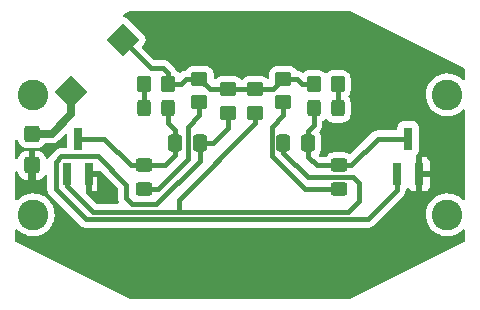
<source format=gtl>
%TF.GenerationSoftware,KiCad,Pcbnew,(6.0.0)*%
%TF.CreationDate,2022-05-29T15:36:19+02:00*%
%TF.ProjectId,LED_flasher,4c45445f-666c-4617-9368-65722e6b6963,rev?*%
%TF.SameCoordinates,Original*%
%TF.FileFunction,Copper,L1,Top*%
%TF.FilePolarity,Positive*%
%FSLAX46Y46*%
G04 Gerber Fmt 4.6, Leading zero omitted, Abs format (unit mm)*
G04 Created by KiCad (PCBNEW (6.0.0)) date 2022-05-29 15:36:19*
%MOMM*%
%LPD*%
G01*
G04 APERTURE LIST*
G04 Aperture macros list*
%AMRoundRect*
0 Rectangle with rounded corners*
0 $1 Rounding radius*
0 $2 $3 $4 $5 $6 $7 $8 $9 X,Y pos of 4 corners*
0 Add a 4 corners polygon primitive as box body*
4,1,4,$2,$3,$4,$5,$6,$7,$8,$9,$2,$3,0*
0 Add four circle primitives for the rounded corners*
1,1,$1+$1,$2,$3*
1,1,$1+$1,$4,$5*
1,1,$1+$1,$6,$7*
1,1,$1+$1,$8,$9*
0 Add four rect primitives between the rounded corners*
20,1,$1+$1,$2,$3,$4,$5,0*
20,1,$1+$1,$4,$5,$6,$7,0*
20,1,$1+$1,$6,$7,$8,$9,0*
20,1,$1+$1,$8,$9,$2,$3,0*%
%AMRotRect*
0 Rectangle, with rotation*
0 The origin of the aperture is its center*
0 $1 length*
0 $2 width*
0 $3 Rotation angle, in degrees counterclockwise*
0 Add horizontal line*
21,1,$1,$2,0,0,$3*%
G04 Aperture macros list end*
%TA.AperFunction,SMDPad,CuDef*%
%ADD10RoundRect,0.250000X0.450000X-0.350000X0.450000X0.350000X-0.450000X0.350000X-0.450000X-0.350000X0*%
%TD*%
%TA.AperFunction,ComponentPad*%
%ADD11RotRect,2.000000X2.000000X225.000000*%
%TD*%
%TA.AperFunction,SMDPad,CuDef*%
%ADD12RoundRect,0.250000X-0.450000X0.325000X-0.450000X-0.325000X0.450000X-0.325000X0.450000X0.325000X0*%
%TD*%
%TA.AperFunction,SMDPad,CuDef*%
%ADD13RoundRect,0.250000X-0.425000X0.450000X-0.425000X-0.450000X0.425000X-0.450000X0.425000X0.450000X0*%
%TD*%
%TA.AperFunction,SMDPad,CuDef*%
%ADD14R,0.800000X1.900000*%
%TD*%
%TA.AperFunction,SMDPad,CuDef*%
%ADD15RoundRect,0.250000X-0.337500X-0.475000X0.337500X-0.475000X0.337500X0.475000X-0.337500X0.475000X0*%
%TD*%
%TA.AperFunction,SMDPad,CuDef*%
%ADD16RoundRect,0.250000X0.350000X0.450000X-0.350000X0.450000X-0.350000X-0.450000X0.350000X-0.450000X0*%
%TD*%
%TA.AperFunction,SMDPad,CuDef*%
%ADD17RoundRect,0.250000X-0.350000X-0.450000X0.350000X-0.450000X0.350000X0.450000X-0.350000X0.450000X0*%
%TD*%
%TA.AperFunction,SMDPad,CuDef*%
%ADD18RoundRect,0.250000X0.325000X0.450000X-0.325000X0.450000X-0.325000X-0.450000X0.325000X-0.450000X0*%
%TD*%
%TA.AperFunction,SMDPad,CuDef*%
%ADD19RoundRect,0.250000X0.337500X0.475000X-0.337500X0.475000X-0.337500X-0.475000X0.337500X-0.475000X0*%
%TD*%
%TA.AperFunction,SMDPad,CuDef*%
%ADD20RoundRect,0.250000X-0.325000X-0.450000X0.325000X-0.450000X0.325000X0.450000X-0.325000X0.450000X0*%
%TD*%
%TA.AperFunction,ViaPad*%
%ADD21C,2.600000*%
%TD*%
%TA.AperFunction,ViaPad*%
%ADD22C,0.600000*%
%TD*%
%TA.AperFunction,Conductor*%
%ADD23C,0.381000*%
%TD*%
%TA.AperFunction,Conductor*%
%ADD24C,0.635000*%
%TD*%
G04 APERTURE END LIST*
D10*
%TO.P,R3,1*%
%TO.N,Net-(C1-Pad2)*%
X54864000Y-42656000D03*
%TO.P,R3,2*%
%TO.N,Net-(R1-Pad2)*%
X54864000Y-40656000D03*
%TD*%
D11*
%TO.P,SW1,1,1*%
%TO.N,Net-(R1-Pad2)*%
X45936320Y-36486680D03*
%TO.P,SW1,2,2*%
%TO.N,Net-(BT1-Pad1)*%
X41516903Y-40906097D03*
%TD*%
D12*
%TO.P,D4,1,K*%
%TO.N,Net-(C2-Pad1)*%
X64262000Y-47108000D03*
%TO.P,D4,2,A*%
%TO.N,Net-(D4-Pad2)*%
X64262000Y-49158000D03*
%TD*%
D13*
%TO.P,C3,1*%
%TO.N,Net-(BT1-Pad1)*%
X38252400Y-44420800D03*
%TO.P,C3,2*%
%TO.N,GND*%
X38252400Y-47120800D03*
%TD*%
D14*
%TO.P,Q2,1,B*%
%TO.N,Net-(C1-Pad2)*%
X69154000Y-47855000D03*
%TO.P,Q2,2,E*%
%TO.N,GND*%
X71054000Y-47855000D03*
%TO.P,Q2,3,C*%
%TO.N,Net-(C2-Pad1)*%
X70104000Y-44855000D03*
%TD*%
D15*
%TO.P,C1,1*%
%TO.N,Net-(C1-Pad1)*%
X50397500Y-45212000D03*
%TO.P,C1,2*%
%TO.N,Net-(C1-Pad2)*%
X52472500Y-45212000D03*
%TD*%
D10*
%TO.P,R6,1*%
%TO.N,Net-(D4-Pad2)*%
X59537600Y-41792400D03*
%TO.P,R6,2*%
%TO.N,Net-(R1-Pad2)*%
X59537600Y-39792400D03*
%TD*%
%TO.P,R4,1*%
%TO.N,Net-(C2-Pad2)*%
X57150000Y-42656000D03*
%TO.P,R4,2*%
%TO.N,Net-(R1-Pad2)*%
X57150000Y-40656000D03*
%TD*%
D16*
%TO.P,R5,1*%
%TO.N,Net-(D3-Pad2)*%
X64119000Y-40259000D03*
%TO.P,R5,2*%
%TO.N,Net-(R1-Pad2)*%
X62119000Y-40259000D03*
%TD*%
D14*
%TO.P,Q1,1,B*%
%TO.N,Net-(C2-Pad2)*%
X41214000Y-47855000D03*
%TO.P,Q1,2,E*%
%TO.N,GND*%
X43114000Y-47855000D03*
%TO.P,Q1,3,C*%
%TO.N,Net-(C1-Pad1)*%
X42164000Y-44855000D03*
%TD*%
D17*
%TO.P,R2,1*%
%TO.N,Net-(D2-Pad2)*%
X47768000Y-40233600D03*
%TO.P,R2,2*%
%TO.N,Net-(R1-Pad2)*%
X49768000Y-40233600D03*
%TD*%
D18*
%TO.P,D2,1,K*%
%TO.N,Net-(C1-Pad1)*%
X49793000Y-42291000D03*
%TO.P,D2,2,A*%
%TO.N,Net-(D2-Pad2)*%
X47743000Y-42291000D03*
%TD*%
D19*
%TO.P,C2,1*%
%TO.N,Net-(C2-Pad1)*%
X61616500Y-45212000D03*
%TO.P,C2,2*%
%TO.N,Net-(C2-Pad2)*%
X59541500Y-45212000D03*
%TD*%
D20*
%TO.P,D3,1,K*%
%TO.N,Net-(C2-Pad1)*%
X62094000Y-42291000D03*
%TO.P,D3,2,A*%
%TO.N,Net-(D3-Pad2)*%
X64144000Y-42291000D03*
%TD*%
D10*
%TO.P,R1,1*%
%TO.N,Net-(D1-Pad2)*%
X52425600Y-41792400D03*
%TO.P,R1,2*%
%TO.N,Net-(R1-Pad2)*%
X52425600Y-39792400D03*
%TD*%
D12*
%TO.P,D1,1,K*%
%TO.N,Net-(C1-Pad1)*%
X47752000Y-47108000D03*
%TO.P,D1,2,A*%
%TO.N,Net-(D1-Pad2)*%
X47752000Y-49158000D03*
%TD*%
D21*
%TO.N,*%
X38354000Y-51308000D03*
X73406000Y-41148000D03*
X38354000Y-41148000D03*
X73406000Y-51308000D03*
D22*
%TO.N,GND*%
X38252400Y-48514000D03*
X71043800Y-49733200D03*
X43942000Y-49530000D03*
%TO.N,Net-(BT1-Pad1)*%
X41529000Y-42799000D03*
%TD*%
D23*
%TO.N,Net-(R1-Pad2)*%
X49768000Y-40233600D02*
X50850800Y-40233600D01*
X59537600Y-39792400D02*
X60671200Y-39792400D01*
X50850800Y-40233600D02*
X51292000Y-39792400D01*
X49768000Y-39303200D02*
X49768000Y-40233600D01*
X48362440Y-38912800D02*
X49377600Y-38912800D01*
X49377600Y-38912800D02*
X49768000Y-39303200D01*
X61137800Y-40259000D02*
X62119000Y-40259000D01*
X53289200Y-40656000D02*
X58674000Y-40656000D01*
X60671200Y-39792400D02*
X61137800Y-40259000D01*
X58674000Y-40656000D02*
X59537600Y-39792400D01*
X51292000Y-39792400D02*
X52425600Y-39792400D01*
X52425600Y-39792400D02*
X53289200Y-40656000D01*
X45936320Y-36486680D02*
X48362440Y-38912800D01*
%TO.N,GND*%
X43942000Y-49530000D02*
X43942000Y-48006000D01*
D24*
X38252400Y-48514000D02*
X38252400Y-47120810D01*
D23*
X71054000Y-49723000D02*
X71054000Y-47855000D01*
X43942000Y-48006000D02*
X43791000Y-47855000D01*
X71043800Y-49733200D02*
X71054000Y-49723000D01*
X43791000Y-47855000D02*
X43114000Y-47855000D01*
%TO.N,Net-(C1-Pad1)*%
X49784000Y-42300000D02*
X49784000Y-43535600D01*
X47752000Y-47108000D02*
X46600000Y-47108000D01*
X49793000Y-42291000D02*
X49784000Y-42300000D01*
X44347000Y-44855000D02*
X42164000Y-44855000D01*
X49784000Y-43535600D02*
X50397500Y-44149100D01*
X50397500Y-44149100D02*
X50397500Y-46249500D01*
X46600000Y-47108000D02*
X44347000Y-44855000D01*
X49539000Y-47108000D02*
X47752000Y-47108000D01*
X50397500Y-46249500D02*
X49539000Y-47108000D01*
%TO.N,Net-(C1-Pad2)*%
X52472500Y-46714500D02*
X48768000Y-50419000D01*
X46736000Y-50419000D02*
X46228000Y-49911000D01*
X48768000Y-50419000D02*
X46736000Y-50419000D01*
X43815000Y-46355000D02*
X40729978Y-46355000D01*
X66675000Y-51689000D02*
X69154000Y-49210000D01*
X54864000Y-43942000D02*
X53594000Y-45212000D01*
X54864000Y-42568500D02*
X54864000Y-43942000D01*
X69154000Y-49210000D02*
X69154000Y-47855000D01*
X53594000Y-45212000D02*
X52472500Y-45212000D01*
X46228000Y-49911000D02*
X46228000Y-48768000D01*
X52472500Y-45212000D02*
X52472500Y-46714500D01*
X42799000Y-51689000D02*
X66675000Y-51689000D01*
X46228000Y-48768000D02*
X43815000Y-46355000D01*
X40729978Y-46355000D02*
X40259000Y-46825978D01*
X40259000Y-46825978D02*
X40259000Y-49149000D01*
X40259000Y-49149000D02*
X42799000Y-51689000D01*
%TO.N,Net-(C2-Pad1)*%
X67540000Y-44855000D02*
X65287000Y-47108000D01*
X62094000Y-43697000D02*
X62094000Y-42291000D01*
X62348000Y-47108000D02*
X61616500Y-46376500D01*
X70104000Y-44855000D02*
X67540000Y-44855000D01*
X61616500Y-44174500D02*
X62094000Y-43697000D01*
X61616500Y-46376500D02*
X61616500Y-44174500D01*
X65287000Y-47108000D02*
X64262000Y-47108000D01*
X64262000Y-47108000D02*
X62348000Y-47108000D01*
%TO.N,Net-(C2-Pad2)*%
X65024000Y-51054000D02*
X43434000Y-51054000D01*
X65913000Y-50165000D02*
X65024000Y-51054000D01*
X59541500Y-45212000D02*
X59541500Y-46079500D01*
X43434000Y-51054000D02*
X41214000Y-48834000D01*
X57150000Y-43561000D02*
X50673000Y-50038000D01*
X50673000Y-50038000D02*
X50673000Y-51054000D01*
X41214000Y-48834000D02*
X41214000Y-47855000D01*
X57150000Y-42568500D02*
X57150000Y-43561000D01*
X65913000Y-48641000D02*
X65913000Y-50165000D01*
X61595000Y-48133000D02*
X65405000Y-48133000D01*
X65405000Y-48133000D02*
X65913000Y-48641000D01*
X59541500Y-46079500D02*
X61595000Y-48133000D01*
%TO.N,Net-(D1-Pad2)*%
X51435000Y-46609000D02*
X51435000Y-43865800D01*
X52425600Y-42875200D02*
X52425600Y-41792400D01*
X48886000Y-49158000D02*
X51435000Y-46609000D01*
X47752000Y-49158000D02*
X48886000Y-49158000D01*
X51435000Y-43865800D02*
X52425600Y-42875200D01*
%TO.N,Net-(D2-Pad2)*%
X47768000Y-42339500D02*
X47768000Y-40132000D01*
%TO.N,Net-(D3-Pad2)*%
X64144000Y-40284000D02*
X64144000Y-42291000D01*
X64119000Y-40259000D02*
X64144000Y-40284000D01*
%TO.N,Net-(D4-Pad2)*%
X58547000Y-46355000D02*
X58547000Y-43840400D01*
X61350000Y-49158000D02*
X58547000Y-46355000D01*
X58547000Y-43840400D02*
X59537600Y-42849800D01*
X59537600Y-42849800D02*
X59537600Y-41792400D01*
X64262000Y-49158000D02*
X61350000Y-49158000D01*
D24*
%TO.N,Net-(BT1-Pad1)*%
X39907200Y-44420800D02*
X41529000Y-42799000D01*
D23*
X41529000Y-40918194D02*
X41516903Y-40906097D01*
D24*
X41529000Y-42799000D02*
X41529000Y-40918206D01*
X38252400Y-44420800D02*
X39907200Y-44420800D01*
%TD*%
%TA.AperFunction,Conductor*%
%TO.N,GND*%
G36*
X65184681Y-34049302D02*
G01*
X74860350Y-38887137D01*
X74912333Y-38935491D01*
X74930000Y-38999834D01*
X74930000Y-39807064D01*
X74909998Y-39875185D01*
X74856342Y-39921678D01*
X74786068Y-39931782D01*
X74717667Y-39898839D01*
X74550725Y-39741797D01*
X74547317Y-39738591D01*
X74373928Y-39618306D01*
X74330299Y-39588039D01*
X74330296Y-39588037D01*
X74326457Y-39585374D01*
X74322264Y-39583306D01*
X74089564Y-39468551D01*
X74089561Y-39468550D01*
X74085376Y-39466486D01*
X74037745Y-39451239D01*
X73852681Y-39392000D01*
X73829370Y-39384538D01*
X73824763Y-39383788D01*
X73824760Y-39383787D01*
X73568674Y-39342081D01*
X73568675Y-39342081D01*
X73564063Y-39341330D01*
X73433719Y-39339624D01*
X73299961Y-39337873D01*
X73299958Y-39337873D01*
X73295284Y-39337812D01*
X73028937Y-39374060D01*
X73024451Y-39375368D01*
X73024449Y-39375368D01*
X72978359Y-39388802D01*
X72770874Y-39449278D01*
X72526763Y-39561815D01*
X72522854Y-39564378D01*
X72305881Y-39706631D01*
X72305876Y-39706635D01*
X72301968Y-39709197D01*
X72282749Y-39726351D01*
X72115995Y-39875185D01*
X72101426Y-39888188D01*
X71929544Y-40094854D01*
X71790096Y-40324656D01*
X71686148Y-40572545D01*
X71619981Y-40833077D01*
X71593050Y-41100526D01*
X71593274Y-41105192D01*
X71593274Y-41105197D01*
X71598707Y-41218291D01*
X71605947Y-41369019D01*
X71658388Y-41632656D01*
X71749220Y-41885646D01*
X71876450Y-42122431D01*
X71879241Y-42126168D01*
X71879245Y-42126175D01*
X71953441Y-42225535D01*
X72037281Y-42337810D01*
X72040590Y-42341090D01*
X72040595Y-42341096D01*
X72194603Y-42493765D01*
X72228180Y-42527050D01*
X72231942Y-42529808D01*
X72231945Y-42529811D01*
X72349850Y-42616262D01*
X72444954Y-42685995D01*
X72449089Y-42688171D01*
X72449093Y-42688173D01*
X72651471Y-42794650D01*
X72682840Y-42811154D01*
X72737076Y-42830094D01*
X72909504Y-42890308D01*
X72936613Y-42899775D01*
X72941206Y-42900647D01*
X73196109Y-42949042D01*
X73196112Y-42949042D01*
X73200698Y-42949913D01*
X73328370Y-42954929D01*
X73464625Y-42960283D01*
X73464630Y-42960283D01*
X73469293Y-42960466D01*
X73573607Y-42949042D01*
X73731844Y-42931713D01*
X73731850Y-42931712D01*
X73736497Y-42931203D01*
X73741021Y-42930012D01*
X73991918Y-42863956D01*
X73991920Y-42863955D01*
X73996441Y-42862765D01*
X74000738Y-42860919D01*
X74239120Y-42758502D01*
X74239122Y-42758501D01*
X74243414Y-42756657D01*
X74415219Y-42650341D01*
X74468017Y-42617669D01*
X74468021Y-42617666D01*
X74471990Y-42615210D01*
X74677149Y-42441530D01*
X74709268Y-42404905D01*
X74769221Y-42366877D01*
X74840217Y-42367299D01*
X74899713Y-42406037D01*
X74928822Y-42470792D01*
X74930000Y-42487982D01*
X74930000Y-49967064D01*
X74909998Y-50035185D01*
X74856342Y-50081678D01*
X74786068Y-50091782D01*
X74717667Y-50058839D01*
X74550725Y-49901797D01*
X74547317Y-49898591D01*
X74326457Y-49745374D01*
X74284123Y-49724497D01*
X74089564Y-49628551D01*
X74089561Y-49628550D01*
X74085376Y-49626486D01*
X74037745Y-49611239D01*
X73886233Y-49562740D01*
X73829370Y-49544538D01*
X73824763Y-49543788D01*
X73824760Y-49543787D01*
X73568674Y-49502081D01*
X73568675Y-49502081D01*
X73564063Y-49501330D01*
X73433719Y-49499624D01*
X73299961Y-49497873D01*
X73299958Y-49497873D01*
X73295284Y-49497812D01*
X73028937Y-49534060D01*
X73024451Y-49535368D01*
X73024449Y-49535368D01*
X72995565Y-49543787D01*
X72770874Y-49609278D01*
X72766621Y-49611238D01*
X72766620Y-49611239D01*
X72714897Y-49635084D01*
X72526763Y-49721815D01*
X72522854Y-49724378D01*
X72305881Y-49866631D01*
X72305876Y-49866635D01*
X72301968Y-49869197D01*
X72272024Y-49895923D01*
X72115995Y-50035185D01*
X72101426Y-50048188D01*
X71929544Y-50254854D01*
X71927121Y-50258847D01*
X71821455Y-50432979D01*
X71790096Y-50484656D01*
X71788287Y-50488970D01*
X71788285Y-50488974D01*
X71713365Y-50667639D01*
X71686148Y-50732545D01*
X71619981Y-50993077D01*
X71593050Y-51260526D01*
X71605947Y-51529019D01*
X71658388Y-51792656D01*
X71749220Y-52045646D01*
X71876450Y-52282431D01*
X71879241Y-52286168D01*
X71879245Y-52286175D01*
X71958078Y-52391744D01*
X72037281Y-52497810D01*
X72040590Y-52501090D01*
X72040595Y-52501096D01*
X72224863Y-52683762D01*
X72228180Y-52687050D01*
X72231942Y-52689808D01*
X72231945Y-52689811D01*
X72344299Y-52772192D01*
X72444954Y-52845995D01*
X72449089Y-52848171D01*
X72449093Y-52848173D01*
X72678698Y-52968975D01*
X72682840Y-52971154D01*
X72936613Y-53059775D01*
X72941206Y-53060647D01*
X73196109Y-53109042D01*
X73196112Y-53109042D01*
X73200698Y-53109913D01*
X73328370Y-53114929D01*
X73464625Y-53120283D01*
X73464630Y-53120283D01*
X73469293Y-53120466D01*
X73573607Y-53109042D01*
X73731844Y-53091713D01*
X73731850Y-53091712D01*
X73736497Y-53091203D01*
X73741021Y-53090012D01*
X73991918Y-53023956D01*
X73991920Y-53023955D01*
X73996441Y-53022765D01*
X74000738Y-53020919D01*
X74239120Y-52918502D01*
X74239122Y-52918501D01*
X74243414Y-52916657D01*
X74362071Y-52843230D01*
X74468017Y-52777669D01*
X74468021Y-52777666D01*
X74471990Y-52775210D01*
X74677149Y-52601530D01*
X74709268Y-52564905D01*
X74769221Y-52526877D01*
X74840217Y-52527299D01*
X74899713Y-52566037D01*
X74928822Y-52630792D01*
X74930000Y-52647982D01*
X74930000Y-53456166D01*
X74909998Y-53524287D01*
X74860349Y-53568864D01*
X65184681Y-58406698D01*
X65128332Y-58420000D01*
X46631668Y-58420000D01*
X46575319Y-58406698D01*
X36899651Y-53568864D01*
X36847667Y-53520509D01*
X36830000Y-53456166D01*
X36830000Y-52646202D01*
X36850002Y-52578081D01*
X36903658Y-52531588D01*
X36973932Y-52521484D01*
X37038512Y-52550978D01*
X37044697Y-52556710D01*
X37176180Y-52687050D01*
X37179942Y-52689808D01*
X37179945Y-52689811D01*
X37292299Y-52772192D01*
X37392954Y-52845995D01*
X37397089Y-52848171D01*
X37397093Y-52848173D01*
X37626698Y-52968975D01*
X37630840Y-52971154D01*
X37884613Y-53059775D01*
X37889206Y-53060647D01*
X38144109Y-53109042D01*
X38144112Y-53109042D01*
X38148698Y-53109913D01*
X38276370Y-53114929D01*
X38412625Y-53120283D01*
X38412630Y-53120283D01*
X38417293Y-53120466D01*
X38521607Y-53109042D01*
X38679844Y-53091713D01*
X38679850Y-53091712D01*
X38684497Y-53091203D01*
X38689021Y-53090012D01*
X38939918Y-53023956D01*
X38939920Y-53023955D01*
X38944441Y-53022765D01*
X38948738Y-53020919D01*
X39187120Y-52918502D01*
X39187122Y-52918501D01*
X39191414Y-52916657D01*
X39310071Y-52843230D01*
X39416017Y-52777669D01*
X39416021Y-52777666D01*
X39419990Y-52775210D01*
X39625149Y-52601530D01*
X39802382Y-52399434D01*
X39807055Y-52392170D01*
X39945269Y-52177291D01*
X39947797Y-52173361D01*
X40058199Y-51928278D01*
X40095209Y-51797051D01*
X40129893Y-51674072D01*
X40129894Y-51674069D01*
X40131163Y-51669568D01*
X40149043Y-51529019D01*
X40164688Y-51406045D01*
X40164688Y-51406041D01*
X40165086Y-51402915D01*
X40167571Y-51308000D01*
X40147650Y-51039937D01*
X40088327Y-50777763D01*
X39990902Y-50527238D01*
X39857518Y-50293864D01*
X39842176Y-50274402D01*
X39790785Y-50209213D01*
X39691105Y-50082769D01*
X39495317Y-49898591D01*
X39274457Y-49745374D01*
X39232123Y-49724497D01*
X39037564Y-49628551D01*
X39037561Y-49628550D01*
X39033376Y-49626486D01*
X38985745Y-49611239D01*
X38834233Y-49562740D01*
X38777370Y-49544538D01*
X38772763Y-49543788D01*
X38772760Y-49543787D01*
X38516674Y-49502081D01*
X38516675Y-49502081D01*
X38512063Y-49501330D01*
X38381719Y-49499624D01*
X38247961Y-49497873D01*
X38247958Y-49497873D01*
X38243284Y-49497812D01*
X37976937Y-49534060D01*
X37972451Y-49535368D01*
X37972449Y-49535368D01*
X37943565Y-49543787D01*
X37718874Y-49609278D01*
X37714621Y-49611238D01*
X37714620Y-49611239D01*
X37662897Y-49635084D01*
X37474763Y-49721815D01*
X37470854Y-49724378D01*
X37253881Y-49866631D01*
X37253876Y-49866635D01*
X37249968Y-49869197D01*
X37049426Y-50048188D01*
X37046583Y-50051607D01*
X36984925Y-50086683D01*
X36914032Y-50082853D01*
X36856463Y-50041304D01*
X36830497Y-49975226D01*
X36830000Y-49964048D01*
X36830000Y-47744307D01*
X36850002Y-47676186D01*
X36903658Y-47629693D01*
X36973932Y-47619589D01*
X37038512Y-47649083D01*
X37076896Y-47708809D01*
X37079161Y-47717711D01*
X37082549Y-47733400D01*
X37133988Y-47887584D01*
X37140161Y-47900762D01*
X37225463Y-48038607D01*
X37234499Y-48050008D01*
X37349229Y-48164539D01*
X37360640Y-48173551D01*
X37498643Y-48258616D01*
X37511824Y-48264763D01*
X37666110Y-48315938D01*
X37679486Y-48318805D01*
X37773838Y-48328472D01*
X37780254Y-48328800D01*
X37980285Y-48328800D01*
X37995524Y-48324325D01*
X37996729Y-48322935D01*
X37998400Y-48315252D01*
X37998400Y-45930916D01*
X37993925Y-45915677D01*
X37992535Y-45914472D01*
X37984852Y-45912801D01*
X37780305Y-45912801D01*
X37773786Y-45913138D01*
X37678194Y-45923057D01*
X37664800Y-45925949D01*
X37510616Y-45977388D01*
X37497438Y-45983561D01*
X37359593Y-46068863D01*
X37348192Y-46077899D01*
X37233661Y-46192629D01*
X37224649Y-46204040D01*
X37139584Y-46342043D01*
X37133437Y-46355224D01*
X37082262Y-46509511D01*
X37079201Y-46523789D01*
X37045364Y-46586204D01*
X36983155Y-46620417D01*
X36912324Y-46615566D01*
X36855360Y-46573191D01*
X36830349Y-46506746D01*
X36830000Y-46497378D01*
X36830000Y-45046698D01*
X36850002Y-44978577D01*
X36903658Y-44932084D01*
X36973932Y-44921980D01*
X37038512Y-44951474D01*
X37076896Y-45011200D01*
X37079161Y-45020102D01*
X37079163Y-45020109D01*
X37079874Y-45026966D01*
X37135850Y-45194746D01*
X37228922Y-45345148D01*
X37354097Y-45470105D01*
X37360327Y-45473945D01*
X37360328Y-45473946D01*
X37497490Y-45558494D01*
X37504662Y-45562915D01*
X37584405Y-45589364D01*
X37666011Y-45616432D01*
X37666013Y-45616432D01*
X37672539Y-45618597D01*
X37679375Y-45619297D01*
X37679378Y-45619298D01*
X37722431Y-45623709D01*
X37777000Y-45629300D01*
X38727800Y-45629300D01*
X38731046Y-45628963D01*
X38731050Y-45628963D01*
X38826708Y-45619038D01*
X38826712Y-45619037D01*
X38833566Y-45618326D01*
X38840102Y-45616145D01*
X38840104Y-45616145D01*
X38972206Y-45572072D01*
X39001346Y-45562350D01*
X39151748Y-45469278D01*
X39276705Y-45344103D01*
X39280548Y-45337869D01*
X39299772Y-45306683D01*
X39352545Y-45259190D01*
X39407031Y-45246800D01*
X39867167Y-45246800D01*
X39877712Y-45247242D01*
X39927500Y-45251423D01*
X40004943Y-45241089D01*
X40007943Y-45240727D01*
X40049698Y-45236191D01*
X40078834Y-45233026D01*
X40078836Y-45233026D01*
X40085617Y-45232289D01*
X40092083Y-45230113D01*
X40094433Y-45229596D01*
X40094983Y-45229499D01*
X40095750Y-45229320D01*
X40096285Y-45229165D01*
X40098632Y-45228589D01*
X40105390Y-45227687D01*
X40178742Y-45200989D01*
X40181643Y-45199974D01*
X40249239Y-45177225D01*
X40249246Y-45177222D01*
X40255711Y-45175046D01*
X40261560Y-45171531D01*
X40263753Y-45170518D01*
X40264268Y-45170306D01*
X40264966Y-45169973D01*
X40265467Y-45169700D01*
X40267621Y-45168640D01*
X40274034Y-45166306D01*
X40340002Y-45124441D01*
X40342594Y-45122841D01*
X40403702Y-45086124D01*
X40409544Y-45082614D01*
X40414495Y-45077933D01*
X40416431Y-45076463D01*
X40417362Y-45075815D01*
X40421196Y-45072915D01*
X40425564Y-45070143D01*
X40429664Y-45066477D01*
X40481586Y-45014555D01*
X40484108Y-45012102D01*
X40534982Y-44963993D01*
X40534984Y-44963991D01*
X40539940Y-44959304D01*
X40543774Y-44953663D01*
X40547903Y-44948811D01*
X40554760Y-44941381D01*
X41040405Y-44455736D01*
X41102717Y-44421710D01*
X41173532Y-44426775D01*
X41230368Y-44469322D01*
X41255179Y-44535842D01*
X41255500Y-44544831D01*
X41255500Y-45530000D01*
X41235498Y-45598121D01*
X41181842Y-45644614D01*
X41129500Y-45656000D01*
X40758567Y-45656000D01*
X40749997Y-45655708D01*
X40700702Y-45652347D01*
X40700698Y-45652347D01*
X40693126Y-45651831D01*
X40685649Y-45653136D01*
X40685648Y-45653136D01*
X40658358Y-45657899D01*
X40631063Y-45662663D01*
X40624546Y-45663624D01*
X40610439Y-45665331D01*
X40569560Y-45670278D01*
X40569557Y-45670279D01*
X40562018Y-45671191D01*
X40554909Y-45673877D01*
X40551466Y-45674723D01*
X40537341Y-45678586D01*
X40533936Y-45679614D01*
X40526460Y-45680919D01*
X40468788Y-45706235D01*
X40462693Y-45708723D01*
X40410858Y-45728310D01*
X40410856Y-45728311D01*
X40403756Y-45730994D01*
X40397504Y-45735291D01*
X40394361Y-45736934D01*
X40381613Y-45744029D01*
X40378501Y-45745870D01*
X40371545Y-45748923D01*
X40365517Y-45753549D01*
X40365516Y-45753549D01*
X40321580Y-45787262D01*
X40316253Y-45791133D01*
X40264326Y-45826821D01*
X40259274Y-45832491D01*
X40259273Y-45832492D01*
X40223476Y-45872670D01*
X40218496Y-45877946D01*
X40001718Y-46094725D01*
X39784955Y-46311488D01*
X39778688Y-46317342D01*
X39735726Y-46354820D01*
X39705822Y-46397369D01*
X39699506Y-46406356D01*
X39695573Y-46411652D01*
X39661394Y-46455241D01*
X39661392Y-46455244D01*
X39656708Y-46461218D01*
X39653582Y-46468142D01*
X39651744Y-46471177D01*
X39644500Y-46483876D01*
X39642812Y-46487024D01*
X39638444Y-46493239D01*
X39638369Y-46493431D01*
X39590762Y-46541768D01*
X39521505Y-46557387D01*
X39454798Y-46533083D01*
X39410013Y-46471518D01*
X39370813Y-46354018D01*
X39364639Y-46340838D01*
X39279337Y-46202993D01*
X39270301Y-46191592D01*
X39155571Y-46077061D01*
X39144160Y-46068049D01*
X39006157Y-45982984D01*
X38992976Y-45976837D01*
X38838690Y-45925662D01*
X38825314Y-45922795D01*
X38730962Y-45913128D01*
X38724545Y-45912800D01*
X38524515Y-45912800D01*
X38509276Y-45917275D01*
X38508071Y-45918665D01*
X38506400Y-45926348D01*
X38506400Y-48310684D01*
X38510875Y-48325923D01*
X38512265Y-48327128D01*
X38519948Y-48328799D01*
X38724495Y-48328799D01*
X38731014Y-48328462D01*
X38826606Y-48318543D01*
X38840000Y-48315651D01*
X38994184Y-48264212D01*
X39007362Y-48258039D01*
X39145207Y-48172737D01*
X39156608Y-48163701D01*
X39271139Y-48048971D01*
X39280151Y-48037560D01*
X39326740Y-47961978D01*
X39379512Y-47914485D01*
X39449584Y-47903061D01*
X39514707Y-47931335D01*
X39554207Y-47990329D01*
X39560000Y-48028094D01*
X39560000Y-49120401D01*
X39559708Y-49128971D01*
X39556395Y-49177569D01*
X39555830Y-49185852D01*
X39557135Y-49193328D01*
X39557135Y-49193332D01*
X39566663Y-49247924D01*
X39567626Y-49254449D01*
X39573560Y-49303479D01*
X39575191Y-49316960D01*
X39577875Y-49324062D01*
X39578719Y-49327500D01*
X39582583Y-49341623D01*
X39583613Y-49345034D01*
X39584919Y-49352517D01*
X39587972Y-49359472D01*
X39610239Y-49410198D01*
X39612730Y-49416304D01*
X39634994Y-49475222D01*
X39639293Y-49481477D01*
X39640935Y-49484618D01*
X39648033Y-49497372D01*
X39649870Y-49500478D01*
X39652923Y-49507433D01*
X39657548Y-49513460D01*
X39657550Y-49513464D01*
X39691265Y-49557402D01*
X39695129Y-49562720D01*
X39730821Y-49614652D01*
X39736491Y-49619704D01*
X39736492Y-49619705D01*
X39776688Y-49655518D01*
X39781964Y-49660499D01*
X42284503Y-52163038D01*
X42290356Y-52169303D01*
X42327842Y-52212274D01*
X42379389Y-52248502D01*
X42384684Y-52252435D01*
X42434239Y-52291291D01*
X42441163Y-52294417D01*
X42444212Y-52296264D01*
X42456878Y-52303489D01*
X42460043Y-52305186D01*
X42466261Y-52309556D01*
X42524996Y-52332456D01*
X42531009Y-52334983D01*
X42588435Y-52360912D01*
X42595903Y-52362296D01*
X42599311Y-52363364D01*
X42613350Y-52367364D01*
X42616814Y-52368253D01*
X42623889Y-52371012D01*
X42631418Y-52372003D01*
X42631421Y-52372004D01*
X42686345Y-52379235D01*
X42692859Y-52380267D01*
X42747317Y-52390360D01*
X42747320Y-52390360D01*
X42754786Y-52391744D01*
X42762366Y-52391307D01*
X42762367Y-52391307D01*
X42816094Y-52388209D01*
X42823347Y-52388000D01*
X66646401Y-52388000D01*
X66654971Y-52388292D01*
X66704277Y-52391654D01*
X66704281Y-52391654D01*
X66711852Y-52392170D01*
X66719328Y-52390865D01*
X66719332Y-52390865D01*
X66773924Y-52381337D01*
X66780449Y-52380374D01*
X66835418Y-52373722D01*
X66835420Y-52373721D01*
X66842960Y-52372809D01*
X66850062Y-52370125D01*
X66853500Y-52369281D01*
X66867623Y-52365417D01*
X66871034Y-52364387D01*
X66878517Y-52363081D01*
X66936197Y-52337761D01*
X66942304Y-52335270D01*
X66994117Y-52315691D01*
X66994118Y-52315690D01*
X67001222Y-52313006D01*
X67007477Y-52308707D01*
X67010618Y-52307065D01*
X67023372Y-52299967D01*
X67026478Y-52298130D01*
X67033433Y-52295077D01*
X67039460Y-52290452D01*
X67039464Y-52290450D01*
X67083402Y-52256735D01*
X67088720Y-52252871D01*
X67140652Y-52217179D01*
X67181519Y-52171311D01*
X67186499Y-52166036D01*
X69628038Y-49724497D01*
X69634304Y-49718643D01*
X69671549Y-49686152D01*
X69677274Y-49681158D01*
X69713502Y-49629610D01*
X69717435Y-49624316D01*
X69721050Y-49619705D01*
X69756291Y-49574761D01*
X69759417Y-49567837D01*
X69761264Y-49564788D01*
X69768489Y-49552122D01*
X69770186Y-49548957D01*
X69774556Y-49542739D01*
X69797456Y-49484004D01*
X69799983Y-49477991D01*
X69825912Y-49420565D01*
X69827296Y-49413097D01*
X69828364Y-49409689D01*
X69832364Y-49395650D01*
X69833253Y-49392186D01*
X69836012Y-49385111D01*
X69837004Y-49377579D01*
X69844235Y-49322655D01*
X69845267Y-49316141D01*
X69856518Y-49255433D01*
X69888598Y-49192098D01*
X69904842Y-49177569D01*
X69910079Y-49173644D01*
X69910080Y-49173643D01*
X69917261Y-49168261D01*
X70003487Y-49053210D01*
X70060347Y-49010696D01*
X70131165Y-49005671D01*
X70193458Y-49039730D01*
X70205139Y-49053211D01*
X70285715Y-49160724D01*
X70298276Y-49173285D01*
X70400351Y-49249786D01*
X70415946Y-49258324D01*
X70536394Y-49303478D01*
X70551649Y-49307105D01*
X70602514Y-49312631D01*
X70609328Y-49313000D01*
X70781885Y-49313000D01*
X70797124Y-49308525D01*
X70798329Y-49307135D01*
X70800000Y-49299452D01*
X70800000Y-49294884D01*
X71308000Y-49294884D01*
X71312475Y-49310123D01*
X71313865Y-49311328D01*
X71321548Y-49312999D01*
X71498669Y-49312999D01*
X71505490Y-49312629D01*
X71556352Y-49307105D01*
X71571604Y-49303479D01*
X71692054Y-49258324D01*
X71707649Y-49249786D01*
X71809724Y-49173285D01*
X71822285Y-49160724D01*
X71898786Y-49058649D01*
X71907324Y-49043054D01*
X71952478Y-48922606D01*
X71956105Y-48907351D01*
X71961631Y-48856486D01*
X71962000Y-48849672D01*
X71962000Y-48127115D01*
X71957525Y-48111876D01*
X71956135Y-48110671D01*
X71948452Y-48109000D01*
X71326115Y-48109000D01*
X71310876Y-48113475D01*
X71309671Y-48114865D01*
X71308000Y-48122548D01*
X71308000Y-49294884D01*
X70800000Y-49294884D01*
X70800000Y-47582885D01*
X71308000Y-47582885D01*
X71312475Y-47598124D01*
X71313865Y-47599329D01*
X71321548Y-47601000D01*
X71943884Y-47601000D01*
X71959123Y-47596525D01*
X71960328Y-47595135D01*
X71961999Y-47587452D01*
X71961999Y-46860331D01*
X71961629Y-46853510D01*
X71956105Y-46802648D01*
X71952479Y-46787396D01*
X71907324Y-46666946D01*
X71898786Y-46651351D01*
X71822285Y-46549276D01*
X71809724Y-46536715D01*
X71707649Y-46460214D01*
X71692054Y-46451676D01*
X71571606Y-46406522D01*
X71556351Y-46402895D01*
X71505486Y-46397369D01*
X71498672Y-46397000D01*
X71326115Y-46397000D01*
X71310876Y-46401475D01*
X71309671Y-46402865D01*
X71308000Y-46410548D01*
X71308000Y-47582885D01*
X70800000Y-47582885D01*
X70800000Y-46415116D01*
X70792528Y-46389669D01*
X70765181Y-46347115D01*
X70765181Y-46276118D01*
X70803566Y-46216393D01*
X70810512Y-46210792D01*
X70834747Y-46192629D01*
X70867261Y-46168261D01*
X70954615Y-46051705D01*
X71005745Y-45915316D01*
X71012500Y-45853134D01*
X71012500Y-43856866D01*
X71005745Y-43794684D01*
X70954615Y-43658295D01*
X70867261Y-43541739D01*
X70750705Y-43454385D01*
X70614316Y-43403255D01*
X70552134Y-43396500D01*
X69655866Y-43396500D01*
X69593684Y-43403255D01*
X69457295Y-43454385D01*
X69340739Y-43541739D01*
X69253385Y-43658295D01*
X69202255Y-43794684D01*
X69195500Y-43856866D01*
X69195500Y-44030000D01*
X69175498Y-44098121D01*
X69121842Y-44144614D01*
X69069500Y-44156000D01*
X67568599Y-44156000D01*
X67560029Y-44155708D01*
X67510723Y-44152346D01*
X67510719Y-44152346D01*
X67503148Y-44151830D01*
X67495672Y-44153135D01*
X67495668Y-44153135D01*
X67441076Y-44162663D01*
X67434551Y-44163626D01*
X67379582Y-44170278D01*
X67379580Y-44170279D01*
X67372040Y-44171191D01*
X67364938Y-44173875D01*
X67361500Y-44174719D01*
X67347377Y-44178583D01*
X67343966Y-44179613D01*
X67336483Y-44180919D01*
X67329528Y-44183972D01*
X67278802Y-44206239D01*
X67272696Y-44208730D01*
X67271953Y-44209011D01*
X67213778Y-44230994D01*
X67207523Y-44235293D01*
X67204382Y-44236935D01*
X67191635Y-44244029D01*
X67188523Y-44245870D01*
X67181567Y-44248923D01*
X67175539Y-44253549D01*
X67175538Y-44253549D01*
X67131602Y-44287262D01*
X67126275Y-44291133D01*
X67074348Y-44326821D01*
X67069296Y-44332491D01*
X67069295Y-44332492D01*
X67033490Y-44372679D01*
X67028509Y-44377955D01*
X66147275Y-45259190D01*
X65278909Y-46127556D01*
X65216597Y-46161581D01*
X65145782Y-46156517D01*
X65123698Y-46145721D01*
X65040968Y-46094725D01*
X65040966Y-46094724D01*
X65034738Y-46090885D01*
X64938279Y-46058891D01*
X64873389Y-46037368D01*
X64873387Y-46037368D01*
X64866861Y-46035203D01*
X64860025Y-46034503D01*
X64860022Y-46034502D01*
X64816969Y-46030091D01*
X64762400Y-46024500D01*
X63761600Y-46024500D01*
X63758354Y-46024837D01*
X63758350Y-46024837D01*
X63662692Y-46034762D01*
X63662688Y-46034763D01*
X63655834Y-46035474D01*
X63649298Y-46037655D01*
X63649296Y-46037655D01*
X63585645Y-46058891D01*
X63488054Y-46091450D01*
X63337652Y-46184522D01*
X63332479Y-46189704D01*
X63295703Y-46226544D01*
X63212695Y-46309697D01*
X63208857Y-46315924D01*
X63208855Y-46315926D01*
X63188396Y-46349116D01*
X63135623Y-46396610D01*
X63081136Y-46409000D01*
X62689727Y-46409000D01*
X62621606Y-46388998D01*
X62600632Y-46372095D01*
X62559371Y-46330834D01*
X62525345Y-46268522D01*
X62530410Y-46197707D01*
X62549089Y-46164526D01*
X62553305Y-46160303D01*
X62604100Y-46077899D01*
X62642275Y-46015968D01*
X62642276Y-46015966D01*
X62646115Y-46009738D01*
X62676783Y-45917275D01*
X62699632Y-45848389D01*
X62699632Y-45848387D01*
X62701797Y-45841861D01*
X62702836Y-45831726D01*
X62710845Y-45753549D01*
X62712500Y-45737400D01*
X62712500Y-44686600D01*
X62701526Y-44580834D01*
X62689515Y-44544831D01*
X62647868Y-44420002D01*
X62645550Y-44413054D01*
X62598765Y-44337451D01*
X62593451Y-44328863D01*
X62574613Y-44260411D01*
X62595774Y-44192641D01*
X62606961Y-44178247D01*
X62611547Y-44173154D01*
X62617274Y-44168158D01*
X62653494Y-44116622D01*
X62657427Y-44111326D01*
X62691606Y-44067737D01*
X62691608Y-44067734D01*
X62696292Y-44061760D01*
X62699418Y-44054836D01*
X62701256Y-44051801D01*
X62708500Y-44039102D01*
X62710188Y-44035954D01*
X62714556Y-44029739D01*
X62737438Y-43971050D01*
X62739978Y-43965005D01*
X62765913Y-43907565D01*
X62767298Y-43900092D01*
X62768369Y-43896674D01*
X62772354Y-43882685D01*
X62773251Y-43879193D01*
X62776012Y-43872111D01*
X62780008Y-43841761D01*
X62784233Y-43809670D01*
X62785265Y-43803157D01*
X62795361Y-43748682D01*
X62795361Y-43748680D01*
X62796745Y-43741213D01*
X62793209Y-43679887D01*
X62793000Y-43672635D01*
X62793000Y-43471779D01*
X62813002Y-43403658D01*
X62852696Y-43364636D01*
X62887119Y-43343334D01*
X62887127Y-43343328D01*
X62893348Y-43339478D01*
X63018305Y-43214303D01*
X63020906Y-43210084D01*
X63078030Y-43169583D01*
X63148953Y-43166351D01*
X63210365Y-43201976D01*
X63216922Y-43209530D01*
X63220522Y-43215348D01*
X63345697Y-43340305D01*
X63351927Y-43344145D01*
X63351928Y-43344146D01*
X63489090Y-43428694D01*
X63496262Y-43433115D01*
X63576005Y-43459564D01*
X63657611Y-43486632D01*
X63657613Y-43486632D01*
X63664139Y-43488797D01*
X63670975Y-43489497D01*
X63670978Y-43489498D01*
X63714031Y-43493909D01*
X63768600Y-43499500D01*
X64519400Y-43499500D01*
X64522646Y-43499163D01*
X64522650Y-43499163D01*
X64618308Y-43489238D01*
X64618312Y-43489237D01*
X64625166Y-43488526D01*
X64631702Y-43486345D01*
X64631704Y-43486345D01*
X64763806Y-43442272D01*
X64792946Y-43432550D01*
X64943348Y-43339478D01*
X65068305Y-43214303D01*
X65072228Y-43207939D01*
X65157275Y-43069968D01*
X65157276Y-43069966D01*
X65161115Y-43063738D01*
X65199158Y-42949042D01*
X65214632Y-42902389D01*
X65214632Y-42902387D01*
X65216797Y-42895861D01*
X65227500Y-42791400D01*
X65227500Y-41790600D01*
X65227163Y-41787350D01*
X65217238Y-41691692D01*
X65217237Y-41691688D01*
X65216526Y-41684834D01*
X65160550Y-41517054D01*
X65067478Y-41366652D01*
X65062296Y-41361479D01*
X65057749Y-41355742D01*
X65059551Y-41354314D01*
X65030809Y-41301774D01*
X65035819Y-41230955D01*
X65059542Y-41193976D01*
X65058596Y-41193229D01*
X65063134Y-41187483D01*
X65068305Y-41182303D01*
X65087803Y-41150672D01*
X65157275Y-41037968D01*
X65157276Y-41037966D01*
X65161115Y-41031738D01*
X65193819Y-40933139D01*
X65214632Y-40870389D01*
X65214632Y-40870387D01*
X65216797Y-40863861D01*
X65218513Y-40847118D01*
X65227172Y-40762598D01*
X65227500Y-40759400D01*
X65227500Y-39758600D01*
X65225424Y-39738591D01*
X65217238Y-39659692D01*
X65217237Y-39659688D01*
X65216526Y-39652834D01*
X65206310Y-39622211D01*
X65162868Y-39492002D01*
X65160550Y-39485054D01*
X65067478Y-39334652D01*
X65025846Y-39293092D01*
X64947483Y-39214866D01*
X64942303Y-39209695D01*
X64902474Y-39185144D01*
X64797968Y-39120725D01*
X64797966Y-39120724D01*
X64791738Y-39116885D01*
X64704350Y-39087900D01*
X64630389Y-39063368D01*
X64630387Y-39063368D01*
X64623861Y-39061203D01*
X64617025Y-39060503D01*
X64617022Y-39060502D01*
X64571352Y-39055823D01*
X64519400Y-39050500D01*
X63718600Y-39050500D01*
X63715354Y-39050837D01*
X63715350Y-39050837D01*
X63619692Y-39060762D01*
X63619688Y-39060763D01*
X63612834Y-39061474D01*
X63606298Y-39063655D01*
X63606296Y-39063655D01*
X63474344Y-39107678D01*
X63445054Y-39117450D01*
X63294652Y-39210522D01*
X63225599Y-39279696D01*
X63208216Y-39297109D01*
X63145934Y-39331188D01*
X63075114Y-39326185D01*
X63030025Y-39297264D01*
X62947483Y-39214866D01*
X62942303Y-39209695D01*
X62902474Y-39185144D01*
X62797968Y-39120725D01*
X62797966Y-39120724D01*
X62791738Y-39116885D01*
X62704350Y-39087900D01*
X62630389Y-39063368D01*
X62630387Y-39063368D01*
X62623861Y-39061203D01*
X62617025Y-39060503D01*
X62617022Y-39060502D01*
X62571352Y-39055823D01*
X62519400Y-39050500D01*
X61718600Y-39050500D01*
X61715354Y-39050837D01*
X61715350Y-39050837D01*
X61619692Y-39060762D01*
X61619688Y-39060763D01*
X61612834Y-39061474D01*
X61606298Y-39063655D01*
X61606296Y-39063655D01*
X61474344Y-39107678D01*
X61445054Y-39117450D01*
X61294652Y-39210522D01*
X61289479Y-39215704D01*
X61272372Y-39232841D01*
X61210090Y-39266920D01*
X61139270Y-39261917D01*
X61110749Y-39246910D01*
X61090823Y-39232906D01*
X61085526Y-39228973D01*
X61041937Y-39194794D01*
X61041934Y-39194792D01*
X61035960Y-39190108D01*
X61029036Y-39186982D01*
X61026001Y-39185144D01*
X61013302Y-39177900D01*
X61010154Y-39176212D01*
X61003939Y-39171844D01*
X60945250Y-39148962D01*
X60939205Y-39146422D01*
X60881765Y-39120487D01*
X60874292Y-39119102D01*
X60870874Y-39118031D01*
X60856885Y-39114046D01*
X60853393Y-39113149D01*
X60846311Y-39110388D01*
X60838778Y-39109396D01*
X60838777Y-39109396D01*
X60783870Y-39102167D01*
X60777357Y-39101135D01*
X60715414Y-39089655D01*
X60715739Y-39087900D01*
X60657963Y-39066908D01*
X60625468Y-39031705D01*
X60589932Y-38974280D01*
X60586078Y-38968052D01*
X60460903Y-38843095D01*
X60377527Y-38791701D01*
X60316568Y-38754125D01*
X60316566Y-38754124D01*
X60310338Y-38750285D01*
X60149854Y-38697055D01*
X60148989Y-38696768D01*
X60148987Y-38696768D01*
X60142461Y-38694603D01*
X60135625Y-38693903D01*
X60135622Y-38693902D01*
X60092569Y-38689491D01*
X60038000Y-38683900D01*
X59037200Y-38683900D01*
X59033954Y-38684237D01*
X59033950Y-38684237D01*
X58938292Y-38694162D01*
X58938288Y-38694163D01*
X58931434Y-38694874D01*
X58924898Y-38697055D01*
X58924896Y-38697055D01*
X58792794Y-38741128D01*
X58763654Y-38750850D01*
X58613252Y-38843922D01*
X58488295Y-38969097D01*
X58484455Y-38975327D01*
X58484454Y-38975328D01*
X58400135Y-39112119D01*
X58395485Y-39119662D01*
X58386706Y-39146130D01*
X58342375Y-39279786D01*
X58339803Y-39287539D01*
X58339103Y-39294375D01*
X58339102Y-39294378D01*
X58338002Y-39305117D01*
X58329100Y-39392000D01*
X58329100Y-39658230D01*
X58309098Y-39726351D01*
X58255442Y-39772844D01*
X58185168Y-39782948D01*
X58120588Y-39753454D01*
X58114082Y-39747403D01*
X58078483Y-39711866D01*
X58073303Y-39706695D01*
X58067072Y-39702854D01*
X57928968Y-39617725D01*
X57928966Y-39617724D01*
X57922738Y-39613885D01*
X57830545Y-39583306D01*
X57761389Y-39560368D01*
X57761387Y-39560368D01*
X57754861Y-39558203D01*
X57748025Y-39557503D01*
X57748022Y-39557502D01*
X57704969Y-39553091D01*
X57650400Y-39547500D01*
X56649600Y-39547500D01*
X56646354Y-39547837D01*
X56646350Y-39547837D01*
X56550692Y-39557762D01*
X56550688Y-39557763D01*
X56543834Y-39558474D01*
X56537298Y-39560655D01*
X56537296Y-39560655D01*
X56463205Y-39585374D01*
X56376054Y-39614450D01*
X56225652Y-39707522D01*
X56100695Y-39832697D01*
X56099805Y-39831809D01*
X56047961Y-39868568D01*
X55977038Y-39871801D01*
X55915626Y-39836178D01*
X55914417Y-39834786D01*
X55912478Y-39831652D01*
X55787303Y-39706695D01*
X55781072Y-39702854D01*
X55642968Y-39617725D01*
X55642966Y-39617724D01*
X55636738Y-39613885D01*
X55544545Y-39583306D01*
X55475389Y-39560368D01*
X55475387Y-39560368D01*
X55468861Y-39558203D01*
X55462025Y-39557503D01*
X55462022Y-39557502D01*
X55418969Y-39553091D01*
X55364400Y-39547500D01*
X54363600Y-39547500D01*
X54360354Y-39547837D01*
X54360350Y-39547837D01*
X54264692Y-39557762D01*
X54264688Y-39557763D01*
X54257834Y-39558474D01*
X54251298Y-39560655D01*
X54251296Y-39560655D01*
X54177205Y-39585374D01*
X54090054Y-39614450D01*
X53939652Y-39707522D01*
X53862671Y-39784638D01*
X53849273Y-39798059D01*
X53786991Y-39832138D01*
X53716171Y-39827135D01*
X53659298Y-39784638D01*
X53634429Y-39718139D01*
X53634100Y-39709041D01*
X53634100Y-39392000D01*
X53633248Y-39383787D01*
X53623838Y-39293092D01*
X53623837Y-39293088D01*
X53623126Y-39286234D01*
X53617419Y-39269126D01*
X53569468Y-39125402D01*
X53567150Y-39118454D01*
X53474078Y-38968052D01*
X53348903Y-38843095D01*
X53265527Y-38791701D01*
X53204568Y-38754125D01*
X53204566Y-38754124D01*
X53198338Y-38750285D01*
X53037854Y-38697055D01*
X53036989Y-38696768D01*
X53036987Y-38696768D01*
X53030461Y-38694603D01*
X53023625Y-38693903D01*
X53023622Y-38693902D01*
X52980569Y-38689491D01*
X52926000Y-38683900D01*
X51925200Y-38683900D01*
X51921954Y-38684237D01*
X51921950Y-38684237D01*
X51826292Y-38694162D01*
X51826288Y-38694163D01*
X51819434Y-38694874D01*
X51812898Y-38697055D01*
X51812896Y-38697055D01*
X51680794Y-38741128D01*
X51651654Y-38750850D01*
X51501252Y-38843922D01*
X51376295Y-38969097D01*
X51372454Y-38975328D01*
X51372452Y-38975331D01*
X51337668Y-39031760D01*
X51284896Y-39079253D01*
X51252071Y-39089767D01*
X51193075Y-39100063D01*
X51186551Y-39101026D01*
X51131582Y-39107678D01*
X51131580Y-39107679D01*
X51124040Y-39108591D01*
X51116938Y-39111275D01*
X51113500Y-39112119D01*
X51099377Y-39115983D01*
X51095966Y-39117013D01*
X51088483Y-39118319D01*
X51081528Y-39121372D01*
X51030802Y-39143639D01*
X51024696Y-39146130D01*
X51023953Y-39146411D01*
X50965778Y-39168394D01*
X50959523Y-39172693D01*
X50956382Y-39174335D01*
X50943628Y-39181433D01*
X50940522Y-39183270D01*
X50933567Y-39186323D01*
X50927540Y-39190948D01*
X50927536Y-39190950D01*
X50883598Y-39224665D01*
X50878280Y-39228529D01*
X50826348Y-39264221D01*
X50826347Y-39264222D01*
X50825464Y-39262938D01*
X50769047Y-39289289D01*
X50698689Y-39279786D01*
X50661031Y-39253902D01*
X50639934Y-39232841D01*
X50591303Y-39184295D01*
X50580929Y-39177900D01*
X50557176Y-39163259D01*
X50471104Y-39110203D01*
X50421847Y-39053589D01*
X50416762Y-39042005D01*
X50414270Y-39035898D01*
X50412707Y-39031760D01*
X50400643Y-38999834D01*
X50394692Y-38984085D01*
X50394690Y-38984082D01*
X50392006Y-38976978D01*
X50387701Y-38970714D01*
X50386045Y-38967547D01*
X50378940Y-38954782D01*
X50377132Y-38951725D01*
X50374078Y-38944767D01*
X50356578Y-38921961D01*
X50335740Y-38894804D01*
X50331862Y-38889467D01*
X50300481Y-38843807D01*
X50300479Y-38843805D01*
X50296179Y-38837548D01*
X50250311Y-38796681D01*
X50245036Y-38791701D01*
X49892097Y-38438762D01*
X49886243Y-38432496D01*
X49848758Y-38389526D01*
X49797222Y-38353306D01*
X49791926Y-38349373D01*
X49748337Y-38315194D01*
X49748334Y-38315192D01*
X49742360Y-38310508D01*
X49735436Y-38307382D01*
X49732401Y-38305544D01*
X49719702Y-38298300D01*
X49716554Y-38296612D01*
X49710339Y-38292244D01*
X49651650Y-38269362D01*
X49645605Y-38266822D01*
X49588165Y-38240887D01*
X49580692Y-38239502D01*
X49577274Y-38238431D01*
X49563285Y-38234446D01*
X49559793Y-38233549D01*
X49552711Y-38230788D01*
X49545178Y-38229796D01*
X49545177Y-38229796D01*
X49490270Y-38222567D01*
X49483757Y-38221535D01*
X49429282Y-38211439D01*
X49429280Y-38211439D01*
X49421813Y-38210055D01*
X49414233Y-38210492D01*
X49414232Y-38210492D01*
X49360488Y-38213591D01*
X49353235Y-38213800D01*
X48704165Y-38213800D01*
X48636044Y-38193798D01*
X48615070Y-38176895D01*
X47586353Y-37148178D01*
X47552327Y-37085866D01*
X47557392Y-37015051D01*
X47586353Y-36969988D01*
X47744133Y-36812208D01*
X47757589Y-36795472D01*
X47778377Y-36769618D01*
X47778379Y-36769615D01*
X47783326Y-36763462D01*
X47843613Y-36630866D01*
X47864262Y-36486680D01*
X47843613Y-36342494D01*
X47783326Y-36209898D01*
X47778379Y-36203745D01*
X47778377Y-36203742D01*
X47746273Y-36163814D01*
X47744133Y-36161152D01*
X46261848Y-34678867D01*
X46245112Y-34665411D01*
X46219258Y-34644623D01*
X46219255Y-34644621D01*
X46213102Y-34639674D01*
X46080506Y-34579387D01*
X46040064Y-34573595D01*
X45975470Y-34544140D01*
X45937053Y-34484435D01*
X45937013Y-34413439D01*
X45975363Y-34353691D01*
X46001580Y-34336171D01*
X46575318Y-34049302D01*
X46631667Y-34036000D01*
X65128332Y-34036000D01*
X65184681Y-34049302D01*
G37*
%TD.AperFunction*%
%TA.AperFunction,Conductor*%
G36*
X44088396Y-47621002D02*
G01*
X44109370Y-47637905D01*
X45492095Y-49020630D01*
X45526121Y-49082942D01*
X45529000Y-49109725D01*
X45529000Y-49882401D01*
X45528708Y-49890971D01*
X45524830Y-49947852D01*
X45526135Y-49955328D01*
X45526135Y-49955332D01*
X45535663Y-50009924D01*
X45536626Y-50016449D01*
X45540903Y-50051787D01*
X45544191Y-50078960D01*
X45546875Y-50086062D01*
X45547719Y-50089500D01*
X45551583Y-50103623D01*
X45552613Y-50107034D01*
X45553919Y-50114517D01*
X45556972Y-50121472D01*
X45579239Y-50172198D01*
X45581720Y-50178277D01*
X45584055Y-50184457D01*
X45589428Y-50255247D01*
X45555674Y-50317707D01*
X45493511Y-50352003D01*
X45466192Y-50355000D01*
X43775725Y-50355000D01*
X43707604Y-50334998D01*
X43686630Y-50318095D01*
X42856482Y-49487947D01*
X42822456Y-49425635D01*
X42827521Y-49354820D01*
X42850353Y-49316339D01*
X42858329Y-49307135D01*
X42860000Y-49299452D01*
X42860000Y-49294884D01*
X43368000Y-49294884D01*
X43372475Y-49310123D01*
X43373865Y-49311328D01*
X43381548Y-49312999D01*
X43558669Y-49312999D01*
X43565490Y-49312629D01*
X43616352Y-49307105D01*
X43631604Y-49303479D01*
X43752054Y-49258324D01*
X43767649Y-49249786D01*
X43869724Y-49173285D01*
X43882285Y-49160724D01*
X43958786Y-49058649D01*
X43967324Y-49043054D01*
X44012478Y-48922606D01*
X44016105Y-48907351D01*
X44021631Y-48856486D01*
X44022000Y-48849672D01*
X44022000Y-48127115D01*
X44017525Y-48111876D01*
X44016135Y-48110671D01*
X44008452Y-48109000D01*
X43386115Y-48109000D01*
X43370876Y-48113475D01*
X43369671Y-48114865D01*
X43368000Y-48122548D01*
X43368000Y-49294884D01*
X42860000Y-49294884D01*
X42860000Y-47727000D01*
X42880002Y-47658879D01*
X42933658Y-47612386D01*
X42986000Y-47601000D01*
X44020275Y-47601000D01*
X44088396Y-47621002D01*
G37*
%TD.AperFunction*%
%TD*%
M02*

</source>
